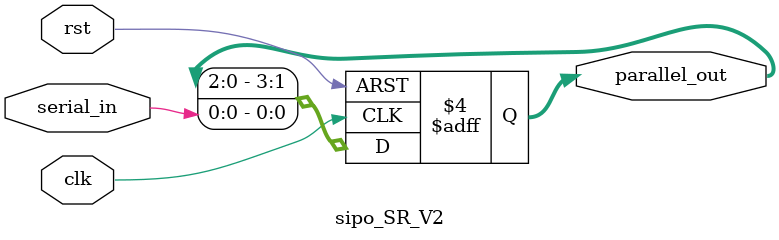
<source format=v>
module sipo_SR_V2(input serial_in,clk,rst,output reg [3:0] parallel_out);

integer i;
always @(posedge clk,negedge rst) begin
    if (!rst) begin
        parallel_out <= 4'b0;
    end
    else begin
        parallel_out[0] <= serial_in;
        for (i = 0;i < 3 ;i = i + 1) begin
            parallel_out[i + 1] <= parallel_out[i];
        end
    end
end

endmodule
</source>
